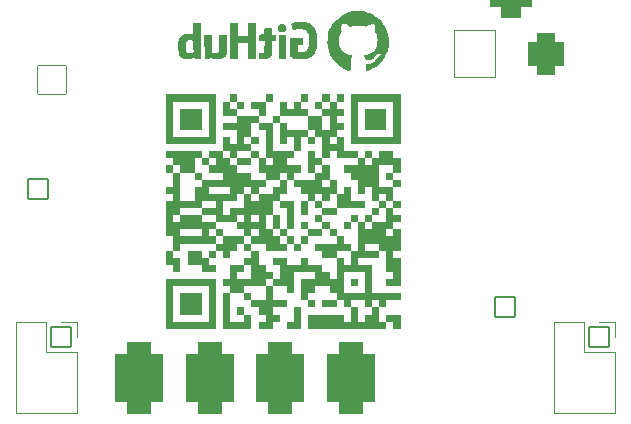
<source format=gbr>
G04 #@! TF.GenerationSoftware,KiCad,Pcbnew,(6.0.2)*
G04 #@! TF.CreationDate,2022-03-19T12:20:35+01:00*
G04 #@! TF.ProjectId,prova-buck,70726f76-612d-4627-9563-6b2e6b696361,rev?*
G04 #@! TF.SameCoordinates,Original*
G04 #@! TF.FileFunction,Legend,Bot*
G04 #@! TF.FilePolarity,Positive*
%FSLAX46Y46*%
G04 Gerber Fmt 4.6, Leading zero omitted, Abs format (unit mm)*
G04 Created by KiCad (PCBNEW (6.0.2)) date 2022-03-19 12:20:35*
%MOMM*%
%LPD*%
G01*
G04 APERTURE LIST*
G04 Aperture macros list*
%AMRoundRect*
0 Rectangle with rounded corners*
0 $1 Rounding radius*
0 $2 $3 $4 $5 $6 $7 $8 $9 X,Y pos of 4 corners*
0 Add a 4 corners polygon primitive as box body*
4,1,4,$2,$3,$4,$5,$6,$7,$8,$9,$2,$3,0*
0 Add four circle primitives for the rounded corners*
1,1,$1+$1,$2,$3*
1,1,$1+$1,$4,$5*
1,1,$1+$1,$6,$7*
1,1,$1+$1,$8,$9*
0 Add four rect primitives between the rounded corners*
20,1,$1+$1,$2,$3,$4,$5,0*
20,1,$1+$1,$4,$5,$6,$7,0*
20,1,$1+$1,$6,$7,$8,$9,0*
20,1,$1+$1,$8,$9,$2,$3,0*%
G04 Aperture macros list end*
%ADD10C,0.120000*%
%ADD11C,0.650000*%
%ADD12RoundRect,0.050000X-1.200000X1.200000X-1.200000X-1.200000X1.200000X-1.200000X1.200000X1.200000X0*%
%ADD13C,2.500000*%
%ADD14C,0.296000*%
%ADD15RoundRect,0.050000X-0.850000X-0.850000X0.850000X-0.850000X0.850000X0.850000X-0.850000X0.850000X0*%
%ADD16O,1.800000X1.800000*%
%ADD17RoundRect,0.050000X1.750000X2.000000X-1.750000X2.000000X-1.750000X-2.000000X1.750000X-2.000000X0*%
%ADD18RoundRect,0.800000X0.750000X1.000000X-0.750000X1.000000X-0.750000X-1.000000X0.750000X-1.000000X0*%
%ADD19RoundRect,0.925000X0.875000X0.875000X-0.875000X0.875000X-0.875000X-0.875000X0.875000X-0.875000X0*%
%ADD20O,1.050000X1.350000*%
%ADD21O,1.650000X0.990000*%
%ADD22RoundRect,1.050000X1.000000X2.000000X-1.000000X2.000000X-1.000000X-2.000000X1.000000X-2.000000X0*%
%ADD23RoundRect,1.050000X-1.000000X-2.000000X1.000000X-2.000000X1.000000X2.000000X-1.000000X2.000000X0*%
%ADD24RoundRect,0.050000X0.850000X0.850000X-0.850000X0.850000X-0.850000X-0.850000X0.850000X-0.850000X0*%
G04 APERTURE END LIST*
D10*
X166230000Y-105250000D02*
X163630000Y-105250000D01*
X168830000Y-106580000D02*
X168830000Y-105250000D01*
X168830000Y-107850000D02*
X166230000Y-107850000D01*
X168830000Y-112990000D02*
X163630000Y-112990000D01*
X168830000Y-107850000D02*
X168830000Y-112990000D01*
X163630000Y-105250000D02*
X163630000Y-112990000D01*
X168830000Y-105250000D02*
X167500000Y-105250000D01*
X166230000Y-107850000D02*
X166230000Y-105250000D01*
X123290000Y-105250000D02*
X121960000Y-105250000D01*
X123290000Y-112990000D02*
X118090000Y-112990000D01*
X120690000Y-105250000D02*
X118090000Y-105250000D01*
X123290000Y-106580000D02*
X123290000Y-105250000D01*
X120690000Y-107850000D02*
X120690000Y-105250000D01*
X123290000Y-107850000D02*
X123290000Y-112990000D01*
X118090000Y-105250000D02*
X118090000Y-112990000D01*
X123290000Y-107850000D02*
X120690000Y-107850000D01*
G36*
X140665917Y-80934465D02*
G01*
X140991658Y-80941053D01*
X140997838Y-81932533D01*
X140998644Y-82080092D01*
X140999288Y-82320992D01*
X140998764Y-82518776D01*
X140997014Y-82676187D01*
X140993982Y-82795973D01*
X140989610Y-82880878D01*
X140983842Y-82933647D01*
X140976620Y-82957026D01*
X140967148Y-82965084D01*
X140933850Y-82976548D01*
X140874814Y-82983042D01*
X140782876Y-82985145D01*
X140650869Y-82983440D01*
X140352515Y-82976840D01*
X140340175Y-80927878D01*
X140665917Y-80934465D01*
G37*
G36*
X147158019Y-78930058D02*
G01*
X147296888Y-78931151D01*
X147404145Y-78934655D01*
X147490846Y-78941666D01*
X147568046Y-78953284D01*
X147646800Y-78970608D01*
X147738163Y-78994735D01*
X147986323Y-79075492D01*
X148308951Y-79222086D01*
X148606679Y-79408372D01*
X148877390Y-79633162D01*
X148978502Y-79734511D01*
X149201744Y-80004726D01*
X149386484Y-80301697D01*
X149531462Y-80623208D01*
X149635422Y-80967045D01*
X149649179Y-81032281D01*
X149663368Y-81127945D01*
X149672195Y-81237913D01*
X149676447Y-81373167D01*
X149676915Y-81544688D01*
X149675697Y-81666693D01*
X149672208Y-81794733D01*
X149665436Y-81896681D01*
X149654140Y-81984612D01*
X149637081Y-82070602D01*
X149613016Y-82166724D01*
X149570308Y-82307743D01*
X149472977Y-82557299D01*
X149352721Y-82801596D01*
X149219180Y-83019758D01*
X149201802Y-83044458D01*
X149026639Y-83258280D01*
X148817324Y-83462456D01*
X148585129Y-83647882D01*
X148341324Y-83805454D01*
X148097182Y-83926066D01*
X147989346Y-83968671D01*
X147907002Y-83994986D01*
X147849138Y-84002762D01*
X147806445Y-83993173D01*
X147769617Y-83967393D01*
X147752861Y-83947886D01*
X147739305Y-83914763D01*
X147731229Y-83861946D01*
X147727336Y-83780227D01*
X147726327Y-83660399D01*
X147726327Y-83392582D01*
X147910731Y-83406802D01*
X148098269Y-83406176D01*
X148268570Y-83369601D01*
X148412490Y-83294841D01*
X148532469Y-83180606D01*
X148630948Y-83025604D01*
X148644589Y-82998763D01*
X148701108Y-82896213D01*
X148754504Y-82820114D01*
X148816331Y-82755911D01*
X148898144Y-82689051D01*
X148919994Y-82672103D01*
X148970482Y-82627576D01*
X148988291Y-82597142D01*
X148979265Y-82572399D01*
X148954800Y-82553121D01*
X148888958Y-82541035D01*
X148805303Y-82556821D01*
X148713907Y-82596711D01*
X148624846Y-82656933D01*
X148548192Y-82733719D01*
X148508145Y-82783307D01*
X148409791Y-82898766D01*
X148327330Y-82981622D01*
X148253052Y-83036860D01*
X148179250Y-83069463D01*
X148098216Y-83084415D01*
X148002241Y-83086699D01*
X147975465Y-83085889D01*
X147859678Y-83074436D01*
X147780640Y-83047956D01*
X147730381Y-83002402D01*
X147700932Y-82933730D01*
X147696902Y-82919826D01*
X147661832Y-82833961D01*
X147617621Y-82759454D01*
X147581889Y-82710336D01*
X147564906Y-82674957D01*
X147579283Y-82660115D01*
X147625721Y-82656919D01*
X147663797Y-82655432D01*
X147817797Y-82630029D01*
X147984964Y-82578037D01*
X148150295Y-82505752D01*
X148298790Y-82419469D01*
X148415446Y-82325484D01*
X148479985Y-82254818D01*
X148591053Y-82089522D01*
X148668962Y-81899117D01*
X148715175Y-81679440D01*
X148731151Y-81426328D01*
X148730674Y-81358941D01*
X148719386Y-81196048D01*
X148690373Y-81059251D01*
X148639737Y-80934126D01*
X148563580Y-80806248D01*
X148551395Y-80788097D01*
X148512429Y-80725661D01*
X148495165Y-80678729D01*
X148495444Y-80628094D01*
X148509111Y-80554547D01*
X148520212Y-80480900D01*
X148518822Y-80296161D01*
X148481012Y-80091988D01*
X148456828Y-80000425D01*
X148325878Y-80011284D01*
X148274384Y-80018133D01*
X148187369Y-80041207D01*
X148083256Y-80082841D01*
X147950998Y-80147033D01*
X147859272Y-80192238D01*
X147774810Y-80230220D01*
X147713736Y-80253565D01*
X147685229Y-80258426D01*
X147660241Y-80247046D01*
X147579680Y-80227530D01*
X147465912Y-80212443D01*
X147328236Y-80202037D01*
X147175950Y-80196567D01*
X147018354Y-80196284D01*
X146864745Y-80201442D01*
X146724422Y-80212294D01*
X146606685Y-80229092D01*
X146422085Y-80264559D01*
X146301937Y-80190631D01*
X146197512Y-80131394D01*
X146053608Y-80065261D01*
X145922045Y-80022218D01*
X145814231Y-80006573D01*
X145809556Y-80006555D01*
X145745217Y-80010756D01*
X145710214Y-80029420D01*
X145687768Y-80071109D01*
X145684125Y-80081312D01*
X145665438Y-80165847D01*
X145653158Y-80276439D01*
X145648142Y-80395087D01*
X145651247Y-80503786D01*
X145663331Y-80584535D01*
X145665107Y-80590994D01*
X145675944Y-80642662D01*
X145672129Y-80685302D01*
X145649391Y-80734777D01*
X145603460Y-80806952D01*
X145515847Y-80967429D01*
X145451471Y-81173950D01*
X145430327Y-81398847D01*
X145432800Y-81502471D01*
X145463003Y-81758683D01*
X145527722Y-81982566D01*
X145627185Y-82174415D01*
X145761620Y-82334526D01*
X145931253Y-82463193D01*
X146136312Y-82560713D01*
X146377026Y-82627380D01*
X146415859Y-82635129D01*
X146500221Y-82652271D01*
X146560172Y-82664901D01*
X146584687Y-82670719D01*
X146578546Y-82690092D01*
X146555144Y-82740336D01*
X146519589Y-82810127D01*
X146448042Y-82946140D01*
X146448042Y-83429011D01*
X146448028Y-83477037D01*
X146447558Y-83629296D01*
X146445983Y-83742656D01*
X146442708Y-83823780D01*
X146437137Y-83879334D01*
X146428675Y-83915983D01*
X146416727Y-83940392D01*
X146400698Y-83959226D01*
X146388258Y-83970865D01*
X146348532Y-83995386D01*
X146300043Y-84002148D01*
X146234571Y-83989959D01*
X146143897Y-83957626D01*
X146019802Y-83903957D01*
X145915347Y-83854078D01*
X145616323Y-83677654D01*
X145345737Y-83465939D01*
X145106385Y-83222472D01*
X144901061Y-82950791D01*
X144732560Y-82654434D01*
X144603677Y-82336937D01*
X144517206Y-82001840D01*
X144507818Y-81943883D01*
X144491910Y-81777318D01*
X144485875Y-81587804D01*
X144489282Y-81389272D01*
X144501701Y-81195655D01*
X144522703Y-81020884D01*
X144551857Y-80878890D01*
X144566573Y-80826442D01*
X144654614Y-80562486D01*
X144760600Y-80327829D01*
X144891184Y-80111151D01*
X145053021Y-79901128D01*
X145252767Y-79686440D01*
X145432265Y-79516250D01*
X145600379Y-79378538D01*
X145767640Y-79266555D01*
X145945489Y-79172647D01*
X146145361Y-79089161D01*
X146231511Y-79057296D01*
X146371342Y-79009754D01*
X146495503Y-78975582D01*
X146616580Y-78952652D01*
X146747162Y-78938838D01*
X146899834Y-78932014D01*
X147087185Y-78930054D01*
X147158019Y-78930058D01*
G37*
G36*
X139801435Y-80638118D02*
G01*
X139808061Y-80938817D01*
X139961928Y-80975443D01*
X140115796Y-81012069D01*
X140115796Y-81461836D01*
X139956010Y-81468835D01*
X139796225Y-81475835D01*
X139796225Y-81979404D01*
X139795319Y-82159098D01*
X139791276Y-82326310D01*
X139782740Y-82458843D01*
X139768374Y-82563435D01*
X139746839Y-82646824D01*
X139716797Y-82715747D01*
X139676908Y-82776943D01*
X139625835Y-82837150D01*
X139587864Y-82875496D01*
X139498078Y-82941311D01*
X139384783Y-82988960D01*
X139342802Y-83001835D01*
X139252140Y-83021497D01*
X139153245Y-83029228D01*
X139026886Y-83027075D01*
X138988548Y-83025042D01*
X138886813Y-83016382D01*
X138801770Y-83004711D01*
X138748741Y-82991963D01*
X138733312Y-82985689D01*
X138709114Y-82971568D01*
X138694417Y-82948400D01*
X138686852Y-82906611D01*
X138684050Y-82836626D01*
X138683643Y-82728871D01*
X138683643Y-82491566D01*
X138848027Y-82491566D01*
X138913348Y-82490570D01*
X138984772Y-82483400D01*
X139034735Y-82465990D01*
X139078828Y-82434484D01*
X139145246Y-82377403D01*
X139159934Y-81475421D01*
X138927706Y-81468628D01*
X138695479Y-81461836D01*
X138682109Y-80930950D01*
X138913677Y-80924165D01*
X139145246Y-80917381D01*
X139151893Y-80627400D01*
X139158539Y-80337418D01*
X139794810Y-80337418D01*
X139801435Y-80638118D01*
G37*
G36*
X136817010Y-79966191D02*
G01*
X136866447Y-79974383D01*
X136888278Y-79987519D01*
X136891152Y-79998061D01*
X136896431Y-80050904D01*
X136900991Y-80140310D01*
X136904584Y-80259127D01*
X136906964Y-80400202D01*
X136907884Y-80556384D01*
X136908247Y-81094921D01*
X137759580Y-81094921D01*
X137765927Y-80532712D01*
X137772273Y-79970503D01*
X138411416Y-79970503D01*
X138417552Y-81450000D01*
X138417729Y-81493751D01*
X138418561Y-81752656D01*
X138418995Y-81997168D01*
X138419044Y-82223169D01*
X138418725Y-82426539D01*
X138418051Y-82603160D01*
X138417039Y-82748913D01*
X138415701Y-82859679D01*
X138414054Y-82931340D01*
X138412112Y-82959777D01*
X138406460Y-82966811D01*
X138376678Y-82977237D01*
X138317337Y-82983201D01*
X138222543Y-82985128D01*
X138086404Y-82983449D01*
X137772273Y-82976840D01*
X137765975Y-82331780D01*
X137759676Y-81686719D01*
X137328044Y-81686703D01*
X136896411Y-81686686D01*
X136903106Y-82304730D01*
X136904535Y-82483398D01*
X136904393Y-82652894D01*
X136902170Y-82781483D01*
X136897753Y-82872624D01*
X136891030Y-82929779D01*
X136881888Y-82956407D01*
X136870850Y-82965593D01*
X136837147Y-82976865D01*
X136778280Y-82983190D01*
X136686892Y-82985179D01*
X136555622Y-82983440D01*
X136257268Y-82976840D01*
X136257268Y-79970503D01*
X136563151Y-79963848D01*
X136611699Y-79962922D01*
X136734062Y-79962514D01*
X136817010Y-79966191D01*
G37*
G36*
X133552646Y-82983648D02*
G01*
X133333579Y-82990456D01*
X133305216Y-82924468D01*
X133284001Y-82875865D01*
X133272793Y-82851601D01*
X133268679Y-82851593D01*
X133235895Y-82866043D01*
X133182102Y-82895835D01*
X133140303Y-82917970D01*
X133052038Y-82957255D01*
X132960153Y-82991499D01*
X132952720Y-82993891D01*
X132812487Y-83023629D01*
X132654156Y-83034103D01*
X132493358Y-83026044D01*
X132345727Y-83000182D01*
X132226897Y-82957247D01*
X132109675Y-82877977D01*
X132012297Y-82767456D01*
X131936484Y-82623751D01*
X131880223Y-82443014D01*
X131841498Y-82221397D01*
X131826780Y-82065478D01*
X131824659Y-81931703D01*
X132479651Y-81931703D01*
X132479992Y-81998199D01*
X132488167Y-82157489D01*
X132508083Y-82279136D01*
X132541127Y-82369542D01*
X132588686Y-82435107D01*
X132615933Y-82459129D01*
X132656891Y-82479558D01*
X132715289Y-82488703D01*
X132806006Y-82490346D01*
X132886049Y-82486054D01*
X132983271Y-82472178D01*
X133056129Y-82452110D01*
X133145390Y-82415094D01*
X133138981Y-81950600D01*
X133132571Y-81486106D01*
X133061555Y-81451514D01*
X133000362Y-81429310D01*
X132900003Y-81410712D01*
X132794182Y-81405493D01*
X132699685Y-81414207D01*
X132633295Y-81437406D01*
X132615758Y-81449994D01*
X132554587Y-81519644D01*
X132512505Y-81619952D01*
X132488023Y-81755708D01*
X132479651Y-81931703D01*
X131824659Y-81931703D01*
X131823085Y-81832427D01*
X131841209Y-81613443D01*
X131879974Y-81416047D01*
X131938203Y-81247757D01*
X132014715Y-81116093D01*
X132054422Y-81071975D01*
X132135347Y-81001548D01*
X132221201Y-80943474D01*
X132247948Y-80928561D01*
X132302757Y-80901115D01*
X132353761Y-80884037D01*
X132413744Y-80874967D01*
X132495492Y-80871548D01*
X132611788Y-80871420D01*
X132663806Y-80871906D01*
X132775763Y-80875676D01*
X132858240Y-80884502D01*
X132924195Y-80900223D01*
X132986584Y-80924682D01*
X133031246Y-80944606D01*
X133085372Y-80967603D01*
X133110391Y-80976561D01*
X133111447Y-80973610D01*
X133114602Y-80935883D01*
X133117868Y-80860137D01*
X133121031Y-80753247D01*
X133123875Y-80622087D01*
X133126183Y-80473532D01*
X133132571Y-79970503D01*
X133771714Y-79970503D01*
X133771714Y-82976840D01*
X133552646Y-82983648D01*
G37*
G36*
X142420191Y-79846063D02*
G01*
X142675885Y-79884736D01*
X142901712Y-79960095D01*
X143097483Y-80071989D01*
X143263007Y-80220265D01*
X143398094Y-80404772D01*
X143502552Y-80625359D01*
X143576193Y-80881873D01*
X143596635Y-81008829D01*
X143612119Y-81179223D01*
X143620044Y-81368122D01*
X143620410Y-81562478D01*
X143613219Y-81749242D01*
X143598470Y-81915366D01*
X143576164Y-82047801D01*
X143506709Y-82272570D01*
X143398937Y-82488530D01*
X143259132Y-82670054D01*
X143087903Y-82816513D01*
X142885856Y-82927282D01*
X142653597Y-83001732D01*
X142620257Y-83008431D01*
X142504440Y-83022237D01*
X142354226Y-83028179D01*
X142163419Y-83026569D01*
X142127303Y-83025572D01*
X141948445Y-83016175D01*
X141800868Y-82998232D01*
X141671173Y-82968849D01*
X141545962Y-82925131D01*
X141411835Y-82864182D01*
X141311229Y-82814581D01*
X141311229Y-81212392D01*
X142388303Y-81225116D01*
X142394967Y-81502624D01*
X142397399Y-81613331D01*
X142397573Y-81695127D01*
X142393754Y-81745763D01*
X142384463Y-81773639D01*
X142368223Y-81787153D01*
X142343555Y-81794707D01*
X142299394Y-81800498D01*
X142220288Y-81803288D01*
X142129712Y-81801263D01*
X141973944Y-81793243D01*
X141973994Y-82092101D01*
X141974044Y-82390960D01*
X142048019Y-82405755D01*
X142135029Y-82416705D01*
X142258418Y-82419651D01*
X142381244Y-82412108D01*
X142480579Y-82394665D01*
X142506002Y-82387062D01*
X142645225Y-82321248D01*
X142757575Y-82221089D01*
X142843728Y-82085236D01*
X142904355Y-81912337D01*
X142940131Y-81701042D01*
X142951729Y-81450000D01*
X142951272Y-81398742D01*
X142936152Y-81163958D01*
X142898541Y-80968082D01*
X142836941Y-80808047D01*
X142749851Y-80680783D01*
X142635771Y-80583225D01*
X142493201Y-80512302D01*
X142445745Y-80498325D01*
X142327007Y-80479857D01*
X142183258Y-80472250D01*
X142028332Y-80475468D01*
X141876059Y-80489474D01*
X141740273Y-80514235D01*
X141727661Y-80517296D01*
X141632626Y-80537138D01*
X141575446Y-80541317D01*
X141550139Y-80530338D01*
X141547359Y-80525182D01*
X141530149Y-80477216D01*
X141508878Y-80400479D01*
X141486284Y-80307383D01*
X141465108Y-80210340D01*
X141448086Y-80121761D01*
X141437957Y-80054058D01*
X141437460Y-80019643D01*
X141440422Y-80013637D01*
X141483646Y-79977711D01*
X141565026Y-79942695D01*
X141676707Y-79910281D01*
X141810833Y-79882162D01*
X141959548Y-79860028D01*
X142114996Y-79845572D01*
X142269322Y-79840486D01*
X142420191Y-79846063D01*
G37*
G36*
X134392851Y-80934465D02*
G01*
X134718592Y-80941053D01*
X134724844Y-81678365D01*
X134731095Y-82415676D01*
X134825928Y-82453621D01*
X134868076Y-82466958D01*
X134961967Y-82484640D01*
X135058188Y-82491566D01*
X135092422Y-82491224D01*
X135163964Y-82484918D01*
X135211744Y-82466480D01*
X135253002Y-82430507D01*
X135310390Y-82369449D01*
X135316640Y-81655251D01*
X135322889Y-80941053D01*
X135961369Y-80927881D01*
X135961369Y-81732507D01*
X135961352Y-81819306D01*
X135961046Y-82021306D01*
X135960135Y-82183515D01*
X135958335Y-82311434D01*
X135955360Y-82410561D01*
X135950923Y-82486396D01*
X135944740Y-82544437D01*
X135936526Y-82590184D01*
X135925994Y-82629135D01*
X135912859Y-82666789D01*
X135874866Y-82749509D01*
X135784722Y-82866702D01*
X135660769Y-82953600D01*
X135499766Y-83012917D01*
X135486206Y-83015781D01*
X135418204Y-83024084D01*
X135324066Y-83030418D01*
X135219876Y-83033597D01*
X135177073Y-83033761D01*
X135055084Y-83028076D01*
X134948181Y-83010006D01*
X134831986Y-82975926D01*
X134816146Y-82970541D01*
X134725331Y-82937164D01*
X134649664Y-82905462D01*
X134604168Y-82881651D01*
X134571189Y-82862837D01*
X134548609Y-82872080D01*
X134525288Y-82919005D01*
X134495210Y-82990542D01*
X134287329Y-82983691D01*
X134079449Y-82976840D01*
X134067109Y-80927878D01*
X134392851Y-80934465D01*
G37*
G36*
X140798999Y-80060377D02*
G01*
X140898351Y-80125709D01*
X140971978Y-80221195D01*
X141013440Y-80336153D01*
X141015900Y-80453724D01*
X140980776Y-80564846D01*
X140909488Y-80660460D01*
X140803456Y-80731506D01*
X140718160Y-80756667D01*
X140602855Y-80753676D01*
X140494337Y-80713889D01*
X140401759Y-80642821D01*
X140334276Y-80545984D01*
X140301040Y-80428892D01*
X140301714Y-80358129D01*
X140333421Y-80243311D01*
X140396336Y-80142652D01*
X140482711Y-80071404D01*
X140560799Y-80041331D01*
X140681726Y-80031630D01*
X140798999Y-80060377D01*
G37*
G36*
X146461243Y-97422959D02*
G01*
X145860059Y-97422959D01*
X145860059Y-96821775D01*
X146461243Y-96821775D01*
X146461243Y-97422959D01*
G37*
G36*
X136241124Y-105238343D02*
G01*
X137443491Y-105238343D01*
X137443491Y-104637160D01*
X138044675Y-104637160D01*
X138044675Y-105839527D01*
X135639941Y-105839527D01*
X135639941Y-102833610D01*
X136241124Y-102833610D01*
X136241124Y-105238343D01*
G37*
G36*
X139247042Y-87804024D02*
G01*
X138645858Y-87804024D01*
X138645858Y-87202840D01*
X138044675Y-87202840D01*
X138044675Y-86601657D01*
X139247042Y-86601657D01*
X139247042Y-87804024D01*
G37*
G36*
X148865976Y-96220592D02*
G01*
X148264793Y-96220592D01*
X148264793Y-95619408D01*
X148865976Y-95619408D01*
X148865976Y-96220592D01*
G37*
G36*
X138645858Y-90208758D02*
G01*
X138044675Y-90208758D01*
X138044675Y-89607574D01*
X138645858Y-89607574D01*
X138645858Y-90208758D01*
G37*
G36*
X149467160Y-89006391D02*
G01*
X147663610Y-89006391D01*
X147663610Y-87202840D01*
X149467160Y-87202840D01*
X149467160Y-89006391D01*
G37*
G36*
X135038758Y-99827692D02*
G01*
X134437574Y-99827692D01*
X134437574Y-99226509D01*
X135038758Y-99226509D01*
X135038758Y-99827692D01*
G37*
G36*
X141651775Y-98625326D02*
G01*
X141050592Y-98625326D01*
X141050592Y-98024142D01*
X141651775Y-98024142D01*
X141651775Y-98625326D01*
G37*
G36*
X145258876Y-104035976D02*
G01*
X144056509Y-104035976D01*
X144056509Y-103434793D01*
X145258876Y-103434793D01*
X145258876Y-104035976D01*
G37*
G36*
X133836391Y-93214675D02*
G01*
X133235207Y-93214675D01*
X133235207Y-92613491D01*
X133836391Y-92613491D01*
X133836391Y-93214675D01*
G37*
G36*
X144657692Y-97422959D02*
G01*
X144056509Y-97422959D01*
X144056509Y-96821775D01*
X144657692Y-96821775D01*
X144657692Y-97422959D01*
G37*
G36*
X138044675Y-92012308D02*
G01*
X136842308Y-92012308D01*
X136842308Y-91411124D01*
X138044675Y-91411124D01*
X138044675Y-92012308D01*
G37*
G36*
X131431657Y-99827692D02*
G01*
X132032840Y-99827692D01*
X132032840Y-101030059D01*
X131431657Y-101030059D01*
X131431657Y-100428876D01*
X130830474Y-100428876D01*
X130830474Y-99226509D01*
X131431657Y-99226509D01*
X131431657Y-99827692D01*
G37*
G36*
X144056509Y-98024142D02*
G01*
X142854142Y-98024142D01*
X142854142Y-97422959D01*
X144056509Y-97422959D01*
X144056509Y-98024142D01*
G37*
G36*
X142252959Y-105839527D02*
G01*
X141050592Y-105839527D01*
X141050592Y-105238343D01*
X141651775Y-105238343D01*
X141651775Y-104035976D01*
X142252959Y-104035976D01*
X142252959Y-105839527D01*
G37*
G36*
X145258876Y-96220592D02*
G01*
X144056509Y-96220592D01*
X144056509Y-95619408D01*
X145258876Y-95619408D01*
X145258876Y-96220592D01*
G37*
G36*
X147062426Y-102232426D02*
G01*
X146461243Y-102232426D01*
X146461243Y-101631243D01*
X147062426Y-101631243D01*
X147062426Y-102232426D01*
G37*
G36*
X141050592Y-89006391D02*
G01*
X142854142Y-89006391D01*
X142854142Y-89607574D01*
X142252959Y-89607574D01*
X142252959Y-90809941D01*
X141651775Y-90809941D01*
X141651775Y-89607574D01*
X141050592Y-89607574D01*
X141050592Y-90208758D01*
X140449408Y-90208758D01*
X140449408Y-88405207D01*
X141050592Y-88405207D01*
X141050592Y-89006391D01*
G37*
G36*
X133836391Y-89006391D02*
G01*
X132032840Y-89006391D01*
X132032840Y-87202840D01*
X133836391Y-87202840D01*
X133836391Y-89006391D01*
G37*
G36*
X142252959Y-99226509D02*
G01*
X141651775Y-99226509D01*
X141651775Y-98625326D01*
X142252959Y-98625326D01*
X142252959Y-99226509D01*
G37*
G36*
X148264793Y-96821775D02*
G01*
X147663610Y-96821775D01*
X147663610Y-96220592D01*
X148264793Y-96220592D01*
X148264793Y-96821775D01*
G37*
G36*
X133836391Y-104637160D02*
G01*
X132032840Y-104637160D01*
X132032840Y-102833610D01*
X133836391Y-102833610D01*
X133836391Y-104637160D01*
G37*
G36*
X144056509Y-96821775D02*
G01*
X143455326Y-96821775D01*
X143455326Y-96220592D01*
X144056509Y-96220592D01*
X144056509Y-96821775D01*
G37*
G36*
X135639941Y-98024142D02*
G01*
X135038758Y-98024142D01*
X135038758Y-97422959D01*
X135639941Y-97422959D01*
X135639941Y-98024142D01*
G37*
G36*
X135038758Y-105839527D02*
G01*
X130830474Y-105839527D01*
X130830474Y-105238343D01*
X131431657Y-105238343D01*
X134437574Y-105238343D01*
X134437574Y-102232426D01*
X131431657Y-102232426D01*
X131431657Y-105238343D01*
X130830474Y-105238343D01*
X130830474Y-101631243D01*
X135038758Y-101631243D01*
X135038758Y-105839527D01*
G37*
G36*
X142854142Y-98625326D02*
G01*
X142252959Y-98625326D01*
X142252959Y-98024142D01*
X142854142Y-98024142D01*
X142854142Y-98625326D01*
G37*
G36*
X142854142Y-96220592D02*
G01*
X142252959Y-96220592D01*
X142252959Y-95018225D01*
X142854142Y-95018225D01*
X142854142Y-96220592D01*
G37*
G36*
X143455326Y-91411124D02*
G01*
X144056509Y-91411124D01*
X144056509Y-92012308D01*
X143455326Y-92012308D01*
X143455326Y-92613491D01*
X144056509Y-92613491D01*
X144056509Y-92012308D01*
X144657692Y-92012308D01*
X144657692Y-93214675D01*
X144056509Y-93214675D01*
X144056509Y-93815858D01*
X144657692Y-93815858D01*
X144657692Y-93214675D01*
X145258876Y-93214675D01*
X145258876Y-94417042D01*
X144657692Y-94417042D01*
X144657692Y-95018225D01*
X144056509Y-95018225D01*
X144056509Y-95619408D01*
X143455326Y-95619408D01*
X143455326Y-95018225D01*
X144056509Y-95018225D01*
X144056509Y-94417042D01*
X143455326Y-94417042D01*
X143455326Y-95018225D01*
X142854142Y-95018225D01*
X142854142Y-94417042D01*
X142252959Y-94417042D01*
X142252959Y-93815858D01*
X141651775Y-93815858D01*
X141651775Y-93214675D01*
X143455326Y-93214675D01*
X143455326Y-92613491D01*
X142854142Y-92613491D01*
X142854142Y-90809941D01*
X143455326Y-90809941D01*
X143455326Y-91411124D01*
G37*
G36*
X133836391Y-99827692D02*
G01*
X134437574Y-99827692D01*
X134437574Y-100428876D01*
X135038758Y-100428876D01*
X135038758Y-101030059D01*
X133836391Y-101030059D01*
X133836391Y-100428876D01*
X132634024Y-100428876D01*
X132634024Y-99226509D01*
X133836391Y-99226509D01*
X133836391Y-99827692D01*
G37*
G36*
X141651775Y-97422959D02*
G01*
X141050592Y-97422959D01*
X141050592Y-95619408D01*
X140449408Y-95619408D01*
X140449408Y-95018225D01*
X141651775Y-95018225D01*
X141651775Y-97422959D01*
G37*
G36*
X137443491Y-104637160D02*
G01*
X136842308Y-104637160D01*
X136842308Y-104035976D01*
X137443491Y-104035976D01*
X137443491Y-104637160D01*
G37*
G36*
X145860059Y-86601657D02*
G01*
X145258876Y-86601657D01*
X145258876Y-86000474D01*
X145860059Y-86000474D01*
X145860059Y-86601657D01*
G37*
G36*
X135038758Y-90208758D02*
G01*
X130830474Y-90208758D01*
X130830474Y-89607574D01*
X131431657Y-89607574D01*
X134437574Y-89607574D01*
X134437574Y-86601657D01*
X131431657Y-86601657D01*
X131431657Y-89607574D01*
X130830474Y-89607574D01*
X130830474Y-86000474D01*
X135038758Y-86000474D01*
X135038758Y-90208758D01*
G37*
G36*
X142854142Y-97422959D02*
G01*
X142252959Y-97422959D01*
X142252959Y-96821775D01*
X142854142Y-96821775D01*
X142854142Y-97422959D01*
G37*
G36*
X138645858Y-91411124D02*
G01*
X138044675Y-91411124D01*
X138044675Y-90809941D01*
X138645858Y-90809941D01*
X138645858Y-91411124D01*
G37*
G36*
X148264793Y-102833610D02*
G01*
X150669527Y-102833610D01*
X150669527Y-103434793D01*
X149467160Y-103434793D01*
X149467160Y-104035976D01*
X148865976Y-104035976D01*
X148865976Y-105238343D01*
X149467160Y-105238343D01*
X149467160Y-105839527D01*
X142854142Y-105839527D01*
X142854142Y-104637160D01*
X145860059Y-104637160D01*
X145860059Y-105238343D01*
X146461243Y-105238343D01*
X146461243Y-104035976D01*
X147062426Y-104035976D01*
X147062426Y-105238343D01*
X147663610Y-105238343D01*
X147663610Y-104637160D01*
X148264793Y-104637160D01*
X148264793Y-104035976D01*
X148865976Y-104035976D01*
X148865976Y-103434793D01*
X148264793Y-103434793D01*
X148264793Y-104035976D01*
X147663610Y-104035976D01*
X147663610Y-103434793D01*
X146461243Y-103434793D01*
X146461243Y-104035976D01*
X145860059Y-104035976D01*
X145860059Y-103434793D01*
X145258876Y-103434793D01*
X145258876Y-102833610D01*
X145860059Y-102833610D01*
X147663610Y-102833610D01*
X147663610Y-101030059D01*
X145860059Y-101030059D01*
X145860059Y-102833610D01*
X145258876Y-102833610D01*
X144657692Y-102833610D01*
X144657692Y-102232426D01*
X143455326Y-102232426D01*
X143455326Y-102833610D01*
X142854142Y-102833610D01*
X142854142Y-103434793D01*
X142252959Y-103434793D01*
X142252959Y-101631243D01*
X143455326Y-101631243D01*
X143455326Y-101030059D01*
X141651775Y-101030059D01*
X141651775Y-102833610D01*
X141050592Y-102833610D01*
X141050592Y-102232426D01*
X139848225Y-102232426D01*
X139848225Y-103434793D01*
X141050592Y-103434793D01*
X141050592Y-104035976D01*
X139848225Y-104035976D01*
X139848225Y-104637160D01*
X140449408Y-104637160D01*
X140449408Y-105238343D01*
X139848225Y-105238343D01*
X139848225Y-105839527D01*
X138645858Y-105839527D01*
X138645858Y-105238343D01*
X139247042Y-105238343D01*
X139247042Y-104637160D01*
X138645858Y-104637160D01*
X138645858Y-104035976D01*
X138044675Y-104035976D01*
X138044675Y-103434793D01*
X139247042Y-103434793D01*
X139247042Y-102232426D01*
X137443491Y-102232426D01*
X137443491Y-102833610D01*
X136241124Y-102833610D01*
X136241124Y-102232426D01*
X135639941Y-102232426D01*
X135639941Y-101631243D01*
X136241124Y-101631243D01*
X136842308Y-101631243D01*
X138044675Y-101631243D01*
X138044675Y-100428876D01*
X137443491Y-100428876D01*
X137443491Y-101030059D01*
X136842308Y-101030059D01*
X136842308Y-101631243D01*
X136241124Y-101631243D01*
X136241124Y-100428876D01*
X137443491Y-100428876D01*
X137443491Y-99827692D01*
X138044675Y-99827692D01*
X138044675Y-99226509D01*
X137443491Y-99226509D01*
X137443491Y-98625326D01*
X138044675Y-98625326D01*
X138044675Y-98024142D01*
X138645858Y-98024142D01*
X138645858Y-97422959D01*
X138044675Y-97422959D01*
X138044675Y-98024142D01*
X137443491Y-98024142D01*
X137443491Y-98625326D01*
X136842308Y-98625326D01*
X136842308Y-99226509D01*
X136241124Y-99226509D01*
X136241124Y-99827692D01*
X135639941Y-99827692D01*
X135639941Y-99226509D01*
X135038758Y-99226509D01*
X135038758Y-98625326D01*
X132032840Y-98625326D01*
X132032840Y-99226509D01*
X131431657Y-99226509D01*
X131431657Y-98024142D01*
X132032840Y-98024142D01*
X133836391Y-98024142D01*
X134437574Y-98024142D01*
X135038758Y-98024142D01*
X135038758Y-98625326D01*
X135639941Y-98625326D01*
X135639941Y-98024142D01*
X137443491Y-98024142D01*
X137443491Y-97422959D01*
X136842308Y-97422959D01*
X136842308Y-96821775D01*
X137443491Y-96821775D01*
X138044675Y-96821775D01*
X138645858Y-96821775D01*
X138645858Y-96220592D01*
X138044675Y-96220592D01*
X138044675Y-96821775D01*
X137443491Y-96821775D01*
X137443491Y-96220592D01*
X136842308Y-96220592D01*
X136842308Y-96821775D01*
X135038758Y-96821775D01*
X135038758Y-97422959D01*
X134437574Y-97422959D01*
X134437574Y-98024142D01*
X133836391Y-98024142D01*
X133836391Y-97422959D01*
X132032840Y-97422959D01*
X132032840Y-98024142D01*
X131431657Y-98024142D01*
X130830474Y-98024142D01*
X130830474Y-96821775D01*
X131431657Y-96821775D01*
X132032840Y-96821775D01*
X133836391Y-96821775D01*
X135038758Y-96821775D01*
X135038758Y-96220592D01*
X135639941Y-96220592D01*
X136241124Y-96220592D01*
X136241124Y-95619408D01*
X137443491Y-95619408D01*
X137443491Y-95018225D01*
X138044675Y-95018225D01*
X138645858Y-95018225D01*
X138645858Y-94417042D01*
X139848225Y-94417042D01*
X139848225Y-93815858D01*
X140449408Y-93815858D01*
X140449408Y-93214675D01*
X141050592Y-93214675D01*
X141050592Y-92613491D01*
X140449408Y-92613491D01*
X140449408Y-93214675D01*
X139247042Y-93214675D01*
X139247042Y-93815858D01*
X138645858Y-93815858D01*
X138645858Y-94417042D01*
X138044675Y-94417042D01*
X138044675Y-95018225D01*
X137443491Y-95018225D01*
X137443491Y-94417042D01*
X138044675Y-94417042D01*
X138044675Y-93815858D01*
X137443491Y-93815858D01*
X137443491Y-94417042D01*
X136842308Y-94417042D01*
X136842308Y-95018225D01*
X135639941Y-95018225D01*
X135639941Y-96220592D01*
X135038758Y-96220592D01*
X133836391Y-96220592D01*
X133836391Y-96821775D01*
X132032840Y-96821775D01*
X132032840Y-96220592D01*
X133836391Y-96220592D01*
X133836391Y-95619408D01*
X135038758Y-95619408D01*
X135038758Y-95018225D01*
X133836391Y-95018225D01*
X133836391Y-95619408D01*
X132032840Y-95619408D01*
X132032840Y-96220592D01*
X131431657Y-96220592D01*
X131431657Y-96821775D01*
X130830474Y-96821775D01*
X130830474Y-95018225D01*
X131431657Y-95018225D01*
X131431657Y-94417042D01*
X130830474Y-94417042D01*
X130830474Y-93815858D01*
X131431657Y-93815858D01*
X131431657Y-92613491D01*
X132032840Y-92613491D01*
X132032840Y-92012308D01*
X131431657Y-92012308D01*
X131431657Y-92613491D01*
X130830474Y-92613491D01*
X130830474Y-92012308D01*
X131431657Y-92012308D01*
X131431657Y-91411124D01*
X130830474Y-91411124D01*
X130830474Y-90809941D01*
X133836391Y-90809941D01*
X133836391Y-91411124D01*
X133235207Y-91411124D01*
X133235207Y-92613491D01*
X132032840Y-92613491D01*
X132032840Y-95018225D01*
X133235207Y-95018225D01*
X133235207Y-94417042D01*
X134437574Y-94417042D01*
X136241124Y-94417042D01*
X136241124Y-93815858D01*
X134437574Y-93815858D01*
X134437574Y-94417042D01*
X133235207Y-94417042D01*
X133235207Y-93815858D01*
X133836391Y-93815858D01*
X133836391Y-93214675D01*
X135639941Y-93214675D01*
X135639941Y-92613491D01*
X134437574Y-92613491D01*
X134437574Y-92012308D01*
X135038758Y-92012308D01*
X135038758Y-91411124D01*
X135639941Y-91411124D01*
X136241124Y-91411124D01*
X136241124Y-90809941D01*
X135639941Y-90809941D01*
X135639941Y-91411124D01*
X135038758Y-91411124D01*
X134437574Y-91411124D01*
X134437574Y-92012308D01*
X133836391Y-92012308D01*
X133836391Y-91411124D01*
X134437574Y-91411124D01*
X134437574Y-90809941D01*
X135639941Y-90809941D01*
X135639941Y-89607574D01*
X136241124Y-89607574D01*
X136241124Y-90208758D01*
X136842308Y-90208758D01*
X136842308Y-89006391D01*
X135639941Y-89006391D01*
X135639941Y-88405207D01*
X136842308Y-88405207D01*
X136842308Y-87804024D01*
X138645858Y-87804024D01*
X138645858Y-88405207D01*
X138044675Y-88405207D01*
X138044675Y-89607574D01*
X137443491Y-89607574D01*
X137443491Y-90208758D01*
X138044675Y-90208758D01*
X138044675Y-90809941D01*
X136842308Y-90809941D01*
X136842308Y-91411124D01*
X136241124Y-91411124D01*
X136241124Y-92012308D01*
X136842308Y-92012308D01*
X136842308Y-92613491D01*
X138044675Y-92613491D01*
X138044675Y-93214675D01*
X139247042Y-93214675D01*
X139247042Y-92613491D01*
X138645858Y-92613491D01*
X138645858Y-92012308D01*
X139247042Y-92012308D01*
X139848225Y-92012308D01*
X139848225Y-91411124D01*
X139247042Y-91411124D01*
X139247042Y-92012308D01*
X138645858Y-92012308D01*
X138645858Y-91411124D01*
X139247042Y-91411124D01*
X139247042Y-89006391D01*
X138645858Y-89006391D01*
X138645858Y-88405207D01*
X139848225Y-88405207D01*
X139848225Y-87804024D01*
X140449408Y-87804024D01*
X140449408Y-86601657D01*
X141050592Y-86601657D01*
X141050592Y-87202840D01*
X141651775Y-87202840D01*
X141651775Y-86601657D01*
X142252959Y-86601657D01*
X142252959Y-87202840D01*
X142854142Y-87202840D01*
X142854142Y-87804024D01*
X140449408Y-87804024D01*
X140449408Y-88405207D01*
X139848225Y-88405207D01*
X139848225Y-90809941D01*
X141651775Y-90809941D01*
X141651775Y-91411124D01*
X141050592Y-91411124D01*
X141050592Y-92012308D01*
X142252959Y-92012308D01*
X142252959Y-92613491D01*
X141651775Y-92613491D01*
X141651775Y-93214675D01*
X141050592Y-93214675D01*
X141050592Y-94417042D01*
X140449408Y-94417042D01*
X140449408Y-95018225D01*
X139848225Y-95018225D01*
X139848225Y-96220592D01*
X139247042Y-96220592D01*
X139247042Y-97422959D01*
X139848225Y-97422959D01*
X139848225Y-98024142D01*
X140449408Y-98024142D01*
X140449408Y-98625326D01*
X141050592Y-98625326D01*
X141050592Y-99226509D01*
X139247042Y-99226509D01*
X139247042Y-98625326D01*
X138044675Y-98625326D01*
X138044675Y-99226509D01*
X138645858Y-99226509D01*
X138645858Y-100428876D01*
X139247042Y-100428876D01*
X139247042Y-101030059D01*
X139848225Y-101030059D01*
X139848225Y-101631243D01*
X139247042Y-101631243D01*
X139247042Y-102232426D01*
X139848225Y-102232426D01*
X139848225Y-101631243D01*
X140449408Y-101631243D01*
X140449408Y-100428876D01*
X139848225Y-100428876D01*
X139848225Y-99827692D01*
X141050592Y-99827692D01*
X141050592Y-100428876D01*
X142252959Y-100428876D01*
X142252959Y-99827692D01*
X142854142Y-99827692D01*
X142854142Y-100428876D01*
X144056509Y-100428876D01*
X144056509Y-101030059D01*
X144657692Y-101030059D01*
X144657692Y-101631243D01*
X145258876Y-101631243D01*
X145258876Y-99827692D01*
X145860059Y-99827692D01*
X145860059Y-100428876D01*
X146461243Y-100428876D01*
X146461243Y-99226509D01*
X147062426Y-99226509D01*
X147663610Y-99226509D01*
X148865976Y-99226509D01*
X148865976Y-98625326D01*
X147663610Y-98625326D01*
X147663610Y-99226509D01*
X147062426Y-99226509D01*
X147062426Y-96821775D01*
X147663610Y-96821775D01*
X147663610Y-97422959D01*
X148264793Y-97422959D01*
X148264793Y-96821775D01*
X149467160Y-96821775D01*
X149467160Y-95619408D01*
X150068343Y-95619408D01*
X150068343Y-95018225D01*
X149467160Y-95018225D01*
X149467160Y-94417042D01*
X148865976Y-94417042D01*
X148865976Y-95018225D01*
X148264793Y-95018225D01*
X148264793Y-93815858D01*
X148865976Y-93815858D01*
X150068343Y-93815858D01*
X150068343Y-93214675D01*
X149467160Y-93214675D01*
X149467160Y-92613491D01*
X150068343Y-92613491D01*
X150068343Y-92012308D01*
X148865976Y-92012308D01*
X148865976Y-93815858D01*
X148264793Y-93815858D01*
X147663610Y-93815858D01*
X147663610Y-94417042D01*
X147062426Y-94417042D01*
X147062426Y-93214675D01*
X146461243Y-93214675D01*
X146461243Y-92613491D01*
X145860059Y-92613491D01*
X145860059Y-92012308D01*
X147062426Y-92012308D01*
X147062426Y-91411124D01*
X145258876Y-91411124D01*
X145258876Y-90809941D01*
X144657692Y-90809941D01*
X144657692Y-91411124D01*
X144056509Y-91411124D01*
X144056509Y-89607574D01*
X143455326Y-89607574D01*
X143455326Y-89006391D01*
X144056509Y-89006391D01*
X144657692Y-89006391D01*
X144657692Y-87804024D01*
X144056509Y-87804024D01*
X144056509Y-89006391D01*
X143455326Y-89006391D01*
X142854142Y-89006391D01*
X142854142Y-87804024D01*
X144056509Y-87804024D01*
X144056509Y-87202840D01*
X143455326Y-87202840D01*
X143455326Y-86601657D01*
X144056509Y-86601657D01*
X144056509Y-86000474D01*
X144657692Y-86000474D01*
X144657692Y-86601657D01*
X144056509Y-86601657D01*
X144056509Y-87202840D01*
X144657692Y-87202840D01*
X144657692Y-86601657D01*
X145258876Y-86601657D01*
X145258876Y-87202840D01*
X145860059Y-87202840D01*
X145860059Y-87804024D01*
X145258876Y-87804024D01*
X145258876Y-88405207D01*
X145860059Y-88405207D01*
X145860059Y-89006391D01*
X145258876Y-89006391D01*
X145258876Y-89607574D01*
X144657692Y-89607574D01*
X144657692Y-90208758D01*
X145258876Y-90208758D01*
X145258876Y-89607574D01*
X145860059Y-89607574D01*
X145860059Y-90809941D01*
X147062426Y-90809941D01*
X147062426Y-91411124D01*
X147663610Y-91411124D01*
X147663610Y-90809941D01*
X148264793Y-90809941D01*
X148264793Y-91411124D01*
X147663610Y-91411124D01*
X147663610Y-92012308D01*
X148264793Y-92012308D01*
X148264793Y-91411124D01*
X148865976Y-91411124D01*
X148865976Y-90809941D01*
X150068343Y-90809941D01*
X150068343Y-91411124D01*
X150669527Y-91411124D01*
X150669527Y-92613491D01*
X150068343Y-92613491D01*
X150068343Y-93214675D01*
X150669527Y-93214675D01*
X150669527Y-93815858D01*
X150068343Y-93815858D01*
X150068343Y-95018225D01*
X150669527Y-95018225D01*
X150669527Y-95619408D01*
X150068343Y-95619408D01*
X150068343Y-96220592D01*
X150669527Y-96220592D01*
X150669527Y-96821775D01*
X150068343Y-96821775D01*
X150068343Y-97422959D01*
X149467160Y-97422959D01*
X149467160Y-98024142D01*
X150068343Y-98024142D01*
X150068343Y-97422959D01*
X150669527Y-97422959D01*
X150669527Y-99226509D01*
X150068343Y-99226509D01*
X150068343Y-99827692D01*
X150669527Y-99827692D01*
X150669527Y-102232426D01*
X149467160Y-102232426D01*
X149467160Y-101631243D01*
X150068343Y-101631243D01*
X150068343Y-101030059D01*
X149467160Y-101030059D01*
X149467160Y-99226509D01*
X148865976Y-99226509D01*
X148865976Y-99827692D01*
X147062426Y-99827692D01*
X147062426Y-100428876D01*
X148264793Y-100428876D01*
X148264793Y-102833610D01*
G37*
G36*
X145258876Y-98024142D02*
G01*
X144657692Y-98024142D01*
X144657692Y-97422959D01*
X145258876Y-97422959D01*
X145258876Y-98024142D01*
G37*
G36*
X150669527Y-90208758D02*
G01*
X146461243Y-90208758D01*
X146461243Y-89607574D01*
X147062426Y-89607574D01*
X150068343Y-89607574D01*
X150068343Y-86601657D01*
X147062426Y-86601657D01*
X147062426Y-89607574D01*
X146461243Y-89607574D01*
X146461243Y-86000474D01*
X150669527Y-86000474D01*
X150669527Y-90208758D01*
G37*
G36*
X146461243Y-95018225D02*
G01*
X147663610Y-95018225D01*
X147663610Y-95619408D01*
X145258876Y-95619408D01*
X145258876Y-94417042D01*
X145860059Y-94417042D01*
X145860059Y-93815858D01*
X146461243Y-93815858D01*
X146461243Y-95018225D01*
G37*
G36*
X141050592Y-98024142D02*
G01*
X140449408Y-98024142D01*
X140449408Y-97422959D01*
X141050592Y-97422959D01*
X141050592Y-98024142D01*
G37*
G36*
X139848225Y-86601657D02*
G01*
X139247042Y-86601657D01*
X139247042Y-86000474D01*
X139848225Y-86000474D01*
X139848225Y-86601657D01*
G37*
G36*
X149467160Y-95619408D02*
G01*
X148865976Y-95619408D01*
X148865976Y-95018225D01*
X149467160Y-95018225D01*
X149467160Y-95619408D01*
G37*
G36*
X138044675Y-103434793D02*
G01*
X137443491Y-103434793D01*
X137443491Y-102833610D01*
X138044675Y-102833610D01*
X138044675Y-103434793D01*
G37*
G36*
X142854142Y-86601657D02*
G01*
X142252959Y-86601657D01*
X142252959Y-86000474D01*
X142854142Y-86000474D01*
X142854142Y-86601657D01*
G37*
G36*
X140449408Y-97422959D02*
G01*
X139848225Y-97422959D01*
X139848225Y-96220592D01*
X140449408Y-96220592D01*
X140449408Y-97422959D01*
G37*
G36*
X147062426Y-96821775D02*
G01*
X146461243Y-96821775D01*
X146461243Y-96220592D01*
X147062426Y-96220592D01*
X147062426Y-96821775D01*
G37*
G36*
X136842308Y-86601657D02*
G01*
X136241124Y-86601657D01*
X136241124Y-87202840D01*
X136842308Y-87202840D01*
X136842308Y-86601657D01*
X137443491Y-86601657D01*
X137443491Y-87202840D01*
X136842308Y-87202840D01*
X136842308Y-87804024D01*
X135639941Y-87804024D01*
X135639941Y-86601657D01*
X136241124Y-86601657D01*
X136241124Y-86000474D01*
X136842308Y-86000474D01*
X136842308Y-86601657D01*
G37*
G36*
X150669527Y-105839527D02*
G01*
X150068343Y-105839527D01*
X150068343Y-105238343D01*
X149467160Y-105238343D01*
X149467160Y-104637160D01*
X150669527Y-104637160D01*
X150669527Y-105839527D01*
G37*
G36*
X143455326Y-104035976D02*
G01*
X142854142Y-104035976D01*
X142854142Y-103434793D01*
X143455326Y-103434793D01*
X143455326Y-104035976D01*
G37*
G36*
X143455326Y-90208758D02*
G01*
X142854142Y-90208758D01*
X142854142Y-89607574D01*
X143455326Y-89607574D01*
X143455326Y-90208758D01*
G37*
G36*
X145860059Y-98625326D02*
G01*
X146461243Y-98625326D01*
X146461243Y-99226509D01*
X145258876Y-99226509D01*
X145258876Y-99827692D01*
X144056509Y-99827692D01*
X144056509Y-99226509D01*
X143455326Y-99226509D01*
X143455326Y-98625326D01*
X145258876Y-98625326D01*
X145258876Y-98024142D01*
X145860059Y-98024142D01*
X145860059Y-98625326D01*
G37*
%LPC*%
D11*
X162575000Y-111760000D02*
G75*
G03*
X162575000Y-111760000I-325000J0D01*
G01*
X124925000Y-111700000D02*
G75*
G03*
X124925000Y-111700000I-325000J0D01*
G01*
X168125000Y-79100000D02*
G75*
G03*
X168125000Y-79100000I-325000J0D01*
G01*
D12*
X121200000Y-84750000D03*
D13*
X121200000Y-88250000D03*
D14*
X162250000Y-111760000D03*
D15*
X120000000Y-94000000D03*
D16*
X120000000Y-96540000D03*
X120000000Y-99080000D03*
X120000000Y-101620000D03*
D17*
X157000000Y-82550000D03*
D18*
X163000000Y-82550000D03*
D19*
X160000000Y-77750000D03*
D20*
X165800000Y-91500000D03*
X165800000Y-96500000D03*
D21*
X168500000Y-97500000D03*
X168500000Y-90500000D03*
D15*
X159500000Y-104000000D03*
D16*
X159500000Y-106540000D03*
X159500000Y-109080000D03*
X159500000Y-111620000D03*
D14*
X124600000Y-111700000D03*
D22*
X146500000Y-110000000D03*
D23*
X140500000Y-110000000D03*
D22*
X134500000Y-110000000D03*
D23*
X128500000Y-110000000D03*
D14*
X167800000Y-79100000D03*
D24*
X167500000Y-106580000D03*
D16*
X164960000Y-106580000D03*
X167500000Y-109120000D03*
X164960000Y-109120000D03*
X167500000Y-111660000D03*
X164960000Y-111660000D03*
D24*
X121960000Y-106580000D03*
D16*
X119420000Y-106580000D03*
X121960000Y-109120000D03*
X119420000Y-109120000D03*
X121960000Y-111660000D03*
X119420000Y-111660000D03*
M02*

</source>
